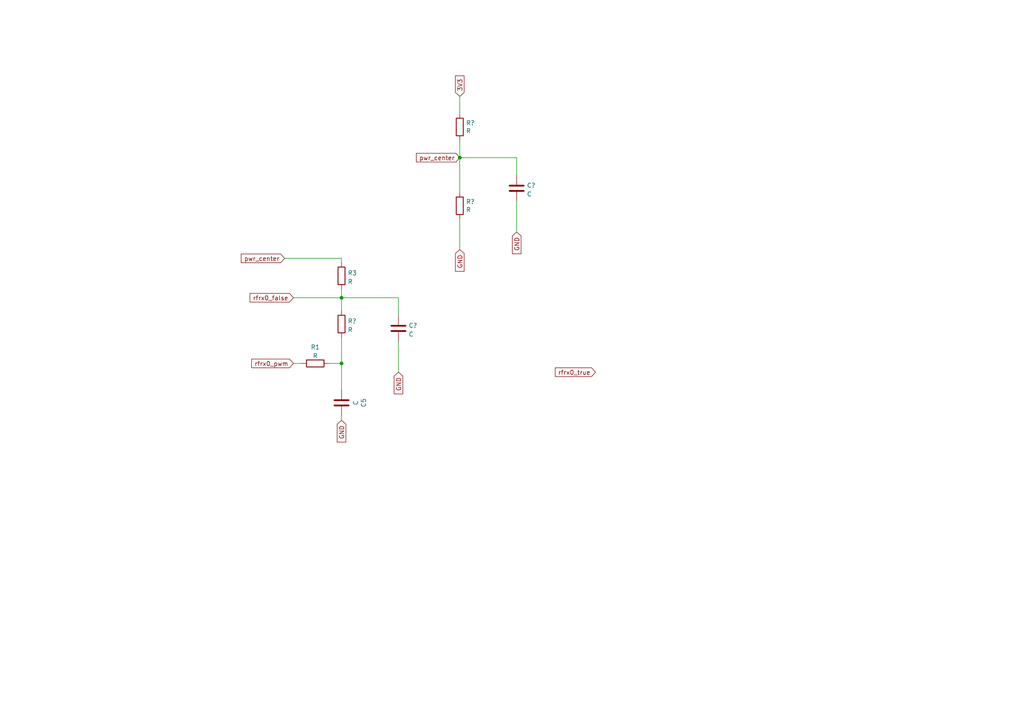
<source format=kicad_sch>
(kicad_sch (version 20211123) (generator eeschema)
  (paper "A4")
  (lib_symbols
    (symbol "Device:C" (pin_numbers hide) (pin_names (offset 0.254))
      (property "Reference" "C" (at 0.635 2.54 0))
      (property "Value" "C" (at 0.635 -2.54 0))
      (symbol "C_0_1"
        (polyline (pts (xy -2.032 -0.762) (xy 2.032 -0.762)) (stroke (width 0.508)))
        (polyline (pts (xy -2.032 0.762) (xy 2.032 0.762)) (stroke (width 0.508)))
      )
      (symbol "C_1_1"
        (pin passive line (at 0 3.81 270) (length 2.794) (name "~") (number "1"))
        (pin passive line (at 0 -3.81 90) (length 2.794) (name "~") (number "2"))
      )
    )
    (symbol "Device:R" (pin_numbers hide) (pin_names (offset 0))
      (property "Reference" "R" (at 2.032 0 90))
      (property "Value" "R" (at 0 0 90))
      (symbol "R_0_1"
        (rectangle (start -1.016 -2.54) (end 1.016 2.54) (stroke (width 0.254)))
      )
      (symbol "R_1_1"
        (pin passive line (at 0 3.81 270) (length 1.27) (name "~") (number "1"))
        (pin passive line (at 0 -3.81 90) (length 1.27) (name "~") (number "2"))
      )
    )
  )
  (junction (at 133.35 45.72))
  (junction (at 99.06 86.36))
  (junction (at 99.06 105.41))
  (wire (pts (xy 133.35 27.94) (xy 133.35 33.02)))
  (wire (pts (xy 95.25 105.41) (xy 99.06 105.41)))
  (wire (pts (xy 115.57 86.36) (xy 115.57 91.44)))
  (wire (pts (xy 133.35 63.5) (xy 133.35 72.39)))
  (wire (pts (xy 99.06 86.36) (xy 115.57 86.36)))
  (wire (pts (xy 82.55 74.93) (xy 99.06 74.93)))
  (wire (pts (xy 99.06 83.82) (xy 99.06 86.36)))
  (wire (pts (xy 115.57 99.06) (xy 115.57 107.95)))
  (wire (pts (xy 99.06 86.36) (xy 99.06 90.17)))
  (wire (pts (xy 85.09 105.41) (xy 87.63 105.41)))
  (wire (pts (xy 85.09 86.36) (xy 99.06 86.36)))
  (wire (pts (xy 149.86 58.42) (xy 149.86 67.31)))
  (wire (pts (xy 133.35 40.64) (xy 133.35 45.72)))
  (wire (pts (xy 99.06 97.79) (xy 99.06 105.41)))
  (wire (pts (xy 133.35 45.72) (xy 149.86 45.72)))
  (wire (pts (xy 99.06 120.65) (xy 99.06 121.92)))
  (wire (pts (xy 133.35 45.72) (xy 133.35 55.88)))
  (wire (pts (xy 149.86 45.72) (xy 149.86 50.8)))
  (wire (pts (xy 99.06 105.41) (xy 99.06 113.03)))
  (wire (pts (xy 99.06 74.93) (xy 99.06 76.2)))
  (global_label "pwr_center" (shape input) (at 82.55 74.93 180) (property "Intersheet References" "${INTERSHEET_REFS}" (effects hide)))
  (global_label "rfrx0_pwm" (shape input) (at 85.09 105.41 180) (property "Intersheet References" "${INTERSHEET_REFS}" (effects hide)))
  (global_label "GND" (shape input) (at 99.06 121.92 270) (property "Intersheet References" "${INTERSHEET_REFS}" (effects hide)))
  (global_label "GND" (shape input) (at 115.57 107.95 270) (property "Intersheet References" "${INTERSHEET_REFS}" (effects hide)))
  (global_label "pwr_center" (shape input) (at 133.35 45.72 180) (property "Intersheet References" "${INTERSHEET_REFS}" (effects hide)))
  (global_label "GND" (shape input) (at 149.86 67.31 270) (property "Intersheet References" "${INTERSHEET_REFS}" (effects hide)))
  (global_label "rfrx0_true" (shape input) (at 172.72 107.95 180) (property "Intersheet References" "${INTERSHEET_REFS}" (effects hide)))
  (global_label "GND" (shape input) (at 133.35 72.39 270) (property "Intersheet References" "${INTERSHEET_REFS}" (effects hide)))
  (global_label "rfrx0_false" (shape input) (at 85.09 86.36 180) (property "Intersheet References" "${INTERSHEET_REFS}" (effects hide)))
  (global_label "3V3" (shape input) (at 133.35 27.94 90) (property "Intersheet References" "${INTERSHEET_REFS}" (effects hide)))
  (symbol (lib_id "Device:C") (at 149.86 54.61 0) (unit 1)
    (property "Reference" "C?" (at 152.781 53.7753 0) (effects (justify left)))
    (property "Value" "C" (at 152.781 56.3122 0) (effects (justify left)))
  )
  (symbol (lib_id "Device:R") (at 133.35 36.83 0) (unit 1)
    (property "Reference" "R?" (at 135.128 35.6616 0) (effects (justify left)))
    (property "Value" "R" (at 135.128 37.973 0) (effects (justify left)))
    (property "Footprint" "Resistor_SMD:R_1206_3216Metric" (effects hide))
  )
  (symbol (lib_id "Device:R") (at 99.06 93.98 180) (unit 1)
    (property "Reference" "R?" (at 100.838 93.1453 0) (effects (justify right)))
    (property "Value" "R" (at 100.838 95.6822 0) (effects (justify right)))
    (property "Footprint" "Resistor_SMD:R_1206_3216Metric" (effects hide))
  )
  (symbol (lib_id "Device:C") (at 99.06 116.84 180) (unit 1)
    (property "Reference" "C5" (at 105.4608 116.84 90))
    (property "Value" "C" (at 103.1494 116.84 90))
    (property "Footprint" "Capacitor_SMD:C_1206_3216Metric" (effects hide))
  )
  (symbol (lib_id "Device:R") (at 91.44 105.41 90) (unit 1)
    (property "Reference" "R1" (at 91.44 100.6942 90))
    (property "Value" "R" (at 91.44 103.2311 90))
    (property "Footprint" "Resistor_SMD:R_1206_3216Metric" (effects hide))
  )
  (symbol (lib_id "Device:R") (at 133.35 59.69 0) (unit 1)
    (property "Reference" "R?" (at 135.128 58.5216 0) (effects (justify left)))
    (property "Value" "R" (at 135.128 60.833 0) (effects (justify left)))
    (property "Footprint" "Resistor_SMD:R_1206_3216Metric" (effects hide))
  )
  (symbol (lib_id "Device:C") (at 115.57 95.25 0) (unit 1)
    (property "Reference" "C?" (at 118.491 94.4153 0) (effects (justify left)))
    (property "Value" "C" (at 118.491 96.9522 0) (effects (justify left)))
  )
  (symbol (lib_id "Device:R") (at 99.06 80.01 180) (unit 1)
    (property "Reference" "R3" (at 100.838 79.1753 0) (effects (justify right)))
    (property "Value" "R" (at 100.838 81.7122 0) (effects (justify right)))
    (property "Footprint" "Resistor_SMD:R_1206_3216Metric" (effects hide))
  )
)
</source>
